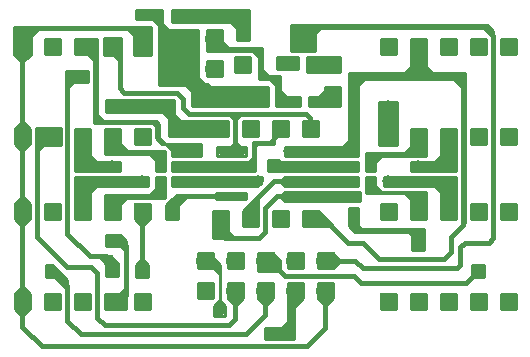
<source format=gbl>
*%FSLAX55Y55*%
*%MOMM*%
G01*
%ADD11C,0.02540*%
%ADD12C,0.15240*%
%ADD13C,0.17780*%
%ADD14C,0.18627*%
%ADD15C,0.25400*%
%ADD16C,0.38100*%
%ADD17C,1.01600*%
%ADD18C,1.21920*%
%ADD19C,1.39700*%
%ADD20C,1.52400*%
%ADD21C,1.60020*%
%ADD22C,1.72720*%
%ADD23C,1.77800*%
%ADD24C,2.03200*%
%ADD25O,2.54000X0.60960*%
%ADD26O,2.54000X0.63500*%
%ADD27O,2.74320X0.81280*%
%ADD28O,2.74320X0.83820*%
%ADD29R,0.25400X0.25400*%
%ADD30R,0.25400X0.25400*%
%ADD31R,0.27652X0.27652*%
%ADD32R,0.38100X0.38100*%
%ADD33R,0.38100X0.38100*%
%ADD34R,0.50800X0.50800*%
%ADD35R,0.50800X0.50800*%
%ADD36R,0.63500X0.63500*%
%ADD37R,0.76200X0.76200*%
%ADD38R,0.76200X0.76200*%
%ADD39R,0.76200X0.76200*%
%ADD40R,0.88900X0.88900*%
%ADD41R,0.88900X0.88900*%
%ADD42R,0.93723X0.93723*%
%ADD43R,0.96520X0.96520*%
%ADD44R,0.98497X0.98497*%
%ADD45R,1.01600X1.01600*%
%ADD46R,1.01600X1.01600*%
%ADD47R,1.01600X1.01600*%
%ADD48R,1.14300X1.14300*%
%ADD49R,1.27000X1.27000*%
%ADD50R,1.27000X1.27000*%
%ADD51R,1.27000X1.52400*%
%ADD52R,1.27000X1.27000*%
%ADD53R,1.39700X1.39700*%
%ADD54R,1.39700X1.39700*%
%ADD55R,1.39700X1.39700*%
%ADD56R,1.39700X1.39700*%
%ADD57R,1.47320X1.72720*%
%ADD58R,1.52400X1.52400*%
%ADD59R,1.60020X1.60020*%
%ADD60R,1.65100X1.65100*%
%ADD61R,1.65100X1.65100*%
%ADD62R,2.03200X2.03200*%
%ADD63R,2.54000X2.54000*%
D15*
X24561800Y21539200D02*
X24511000Y21590000D01*
Y21564600D02*
X24536400Y21539200D01*
X24815800Y21132800D02*
X24866600Y21082000D01*
X24841200D02*
X24815800Y21107400D01*
Y21082000D02*
Y21539200D01*
X24511000D01*
Y21132800D02*
X24561800Y21082000D01*
X24536400D02*
X24511000Y21107400D01*
X24485600Y21577300D02*
X24434800Y21628100D01*
X24460200D02*
X24485600Y21602700D01*
X24765000Y20891500D02*
X25412700D01*
Y21056600D02*
X24892000D01*
X24765000Y21018500D02*
X24714200Y21069300D01*
X24739600D02*
X24752300Y21056600D01*
X24892000Y21082000D02*
X24917400Y21056600D01*
X24892000D02*
Y21082000D01*
X24511000D01*
Y21704300D01*
X25133300Y21183600D02*
X25260300D01*
Y21310600D01*
X25133300D01*
X24765000Y21069300D02*
X24485600D01*
X24511000Y21704300D02*
X24295100D01*
X24485600Y21628100D02*
Y21069300D01*
Y21628100D02*
X24295100D01*
X24599900Y21602700D02*
X25146000D01*
X25247600Y21704300D02*
X24599900D01*
Y21602700D01*
X25285700Y21361400D02*
X25336500Y21310600D01*
Y21336000D02*
X25311100Y21361400D01*
X25069800Y21386800D02*
X25019000Y21437600D01*
Y21412200D02*
X25044400Y21386800D01*
X25019000D02*
Y21539200D01*
X24892000D01*
Y21361400D01*
Y21386800D02*
X25361900D01*
X25336500Y21361400D02*
X24892000D01*
X25425400Y21120100D02*
X25476200Y21069300D01*
X25412700Y21145500D02*
X25361900Y21196300D01*
Y21170900D02*
X25387300Y21145500D01*
X25450800Y21120100D02*
X25476200Y21094700D01*
X25361900Y21120100D02*
Y21386800D01*
Y21145500D02*
X25514300D01*
Y20993100D01*
X25336500Y21120100D02*
Y21361400D01*
Y21120100D02*
X25476200D01*
X25488900Y21209000D02*
X25666700D01*
Y21310600D01*
X25488900D02*
Y21209000D01*
X25476200Y21120100D02*
Y20891500D01*
X25488900Y21310600D02*
X25666700D01*
X23558500Y19545300D02*
Y19456400D01*
X23571200Y19532600D02*
X23698200Y19405600D01*
X23710900Y19342100D02*
X23609300Y19443700D01*
X23533100D01*
X23710900Y19418300D02*
Y19367500D01*
Y19418300D02*
X23583900Y19545300D01*
X23533100D01*
Y19494500D01*
Y19443700D01*
Y19494500D02*
X23583900D01*
X24155400Y19304000D02*
X24206200Y19354800D01*
Y19329400D02*
X24180800Y19304000D01*
X24206200D02*
Y19177000D01*
X24155400D01*
Y19304000D02*
X24206200D01*
X24041100Y19558000D02*
X23977600Y19621500D01*
X24003000D02*
X24041100Y19583400D01*
Y19621500D02*
X24079200D01*
X24142700Y19558000D01*
Y19456400D01*
X24041100D01*
Y19621500D01*
X24206200Y19672300D02*
Y19748500D01*
X24155400Y19799300D01*
X24041100D01*
Y19748500D01*
X24193500Y19685000D02*
X24206200Y19672300D01*
X24193500Y19685000D02*
X24168100Y19710400D01*
X24041100D01*
Y19748500D01*
X24091900D01*
X25361900Y20256500D02*
Y20294600D01*
X25323800Y20218400D02*
X25234900D01*
Y20294600D02*
X25361900D01*
X27139900Y19545300D02*
Y19443700D01*
X27241500D01*
Y19494500D01*
Y19545300D02*
X27139900D01*
X27241500D02*
Y19494500D01*
X27190700D01*
X27051000Y21056600D02*
X26987500Y21120100D01*
X27012900D02*
X27051000Y21082000D01*
Y19875500D02*
X26962100Y19786600D01*
X27051000Y19875500D02*
Y21120100D01*
X27076400Y19900900D02*
X26962100Y19786600D01*
X27076400Y19900900D02*
Y21170900D01*
X26797000D02*
X26746200Y21221700D01*
Y21196300D02*
X26771600Y21170900D01*
X26619200Y21221700D02*
X26568400Y21170900D01*
X26593800D02*
X26619200Y21196300D01*
X26225500Y21120100D02*
X26174700Y21069300D01*
Y21094700D02*
X26200100Y21120100D01*
X27076400D02*
Y21170900D01*
X26746200D01*
X27076400Y21120100D02*
X26174700D01*
X26098500Y20599400D02*
X26047700Y20548600D01*
X26073100D02*
X26098500Y20574000D01*
X26746200Y21170900D02*
Y21463000D01*
X26619200D02*
Y21170900D01*
X26098500D01*
Y20472400D01*
X26174700D02*
Y21120100D01*
X26352500Y20929600D02*
X26504900D01*
Y20561300D01*
X26352500D01*
Y20929600D01*
X26365200Y20574000D02*
X26352500Y20561300D01*
X26365200Y20472400D02*
X26314400Y20421600D01*
Y20447000D02*
X26339800Y20472400D01*
X26568400Y20497800D02*
X26619200Y20548600D01*
Y20523200D02*
X26593800Y20497800D01*
X26619200D02*
Y20701000D01*
Y20497800D02*
X26238200D01*
Y20345400D01*
X26314400D02*
Y20472400D01*
X26746200D01*
Y20574000D01*
X26314400Y20345400D02*
X26238200D01*
X26619200D02*
X26644600D01*
X26619200D02*
Y20421600D01*
X26644600D01*
X26822400D02*
X26873200Y20472400D01*
Y20447000D02*
X26847800Y20421600D01*
X26873200D02*
Y20701000D01*
Y20421600D02*
X26644600D01*
Y20345400D01*
X27000200D01*
Y20574000D01*
X26822400Y20218400D02*
X26873200Y20167600D01*
Y20193000D02*
X26847800Y20218400D01*
X27000200Y20294600D02*
Y20066000D01*
Y20294600D02*
X26390600D01*
X26873200Y20218400D02*
Y20066000D01*
Y20218400D02*
X26390600D01*
Y20243800D01*
Y20256500D02*
Y20294600D01*
X26314400Y20218400D02*
X26365200Y20167600D01*
X26339800D02*
X26314400Y20193000D01*
X26568400Y20154900D02*
X26619200Y20104100D01*
Y20129500D02*
X26593800Y20154900D01*
X26746200Y20167600D02*
Y20066000D01*
Y20167600D02*
X26314400D01*
Y20294600D01*
X26238200D01*
Y20154900D02*
X26301700D01*
X26619200D02*
Y20066000D01*
X26238200Y20154900D02*
Y20294600D01*
X26136600Y19875500D02*
Y19850100D01*
X26149300Y19824700D02*
Y19951700D01*
X26174700Y19875500D02*
X26098500D01*
X26162000Y19850100D02*
X26200100D01*
X26162000Y19824700D02*
Y19951700D01*
X26606500Y19824700D02*
X26733500D01*
X26174700Y19875500D02*
Y19951700D01*
Y19875500D02*
X26200100Y19850100D01*
X26733500D01*
Y19672300D01*
X26631900D01*
Y19799300D01*
X26606500Y19824700D01*
X26149300D01*
X26098500Y19875500D01*
Y20027900D01*
X25920700Y19900900D02*
X25831800D01*
Y19913600D02*
X25886414D01*
X25859175Y19964400D02*
X25831800D01*
Y20002500D02*
X25958800Y19875500D01*
X25831800Y20002500D02*
X25755600D01*
X25831800Y19875500D02*
X25946071D01*
X25514300Y19583400D02*
Y19558000D01*
Y19583400D02*
X25450800Y19646900D01*
X25958800Y19519900D02*
X26022300Y19583400D01*
X25958800Y19646900D01*
Y19621500D02*
X25996900Y19583400D01*
X25958800Y19545300D01*
Y19265900D02*
X25895300Y19202400D01*
Y19227800D02*
X25933400Y19265900D01*
X25895300Y19202400D02*
X25831800Y19265900D01*
X25857200D02*
X25895300Y19227800D01*
X25704800Y19265900D02*
X25628600Y19189700D01*
X25387300Y19202400D02*
X25323800Y19265900D01*
X25387300Y19202400D02*
X25450800Y19265900D01*
X25425400D02*
X25387300Y19227800D01*
X25349200Y19265900D01*
X25019000Y19215100D02*
X25006300Y19227800D01*
X25019000Y19215100D02*
Y19202400D01*
X25044400D02*
X25006300Y19240500D01*
Y19253200D01*
X24396700Y19545300D02*
X24345900Y19596100D01*
X24295100Y19545300D01*
X24345900Y19570700D02*
X24371300Y19545300D01*
X24345900Y19570700D02*
X24320500Y19545300D01*
X24396700D02*
Y19443700D01*
X24295100D01*
Y19545300D01*
X24345900D02*
X24396700D01*
X24345900D02*
X24295100D01*
X24345900Y19875500D02*
X24409400Y19939000D01*
X24396700D02*
X24345900Y19888200D01*
Y19913600D02*
X24371300Y19939000D01*
X24345900Y19875500D02*
X24282400Y19939000D01*
X24295100D02*
X24345900Y19888200D01*
Y19913600D02*
X24320500Y19939000D01*
X24155400Y20345400D02*
X24130000D01*
X24155400D02*
Y20421600D01*
X24130000D01*
X24384000Y20218400D02*
X24396700D01*
Y20294600D01*
X24384000D01*
X24549100Y19964400D02*
Y19939000D01*
X24650700D01*
Y19964400D01*
X24638000Y20073877D02*
Y20129500D01*
X24663400Y20078700D02*
X24714200Y20129500D01*
X24663400Y20078700D02*
X24650700D01*
Y20053300D02*
X24726900Y20129500D01*
X24688800D02*
X24650700Y20091400D01*
X24624921Y20116421D02*
Y20053679D01*
X24599900Y20104100D02*
X24549100Y20053300D01*
X24561800D02*
X24612600Y20104100D01*
X24561800Y20053300D02*
X24549100D01*
X24561800D02*
X24599900Y20091400D01*
X24650700Y20129500D02*
Y19964400D01*
X24549100D01*
Y20053300D01*
X24587200D01*
X24599900D02*
X24650700D01*
X24955500Y20129500D02*
X24980900Y20154900D01*
X25222200D01*
X24980900Y20104100D02*
X24955500Y20129500D01*
X24980900Y20104100D02*
X25222200D01*
Y20129500D01*
Y20154900D01*
X25311100Y20077722D02*
Y20002500D01*
X25285700D02*
Y20070263D01*
X25323800Y20114638D02*
Y20002500D01*
X25234900D02*
Y20038259D01*
X25260300Y20066000D02*
X25196800Y20002500D01*
X25412700Y20345400D02*
Y20434300D01*
Y20345400D02*
X25552400D01*
X25501600Y20434300D02*
X25412700D01*
X25501600D02*
X25514300Y20421600D01*
X25552400D01*
X25514300Y20129500D02*
X25552400Y20091400D01*
X25514300Y20129500D02*
X25552400Y20167600D01*
Y20218400D02*
X25514300Y20256500D01*
X25552400Y20294600D01*
Y20091400D02*
X25565100D01*
X25552400D02*
Y20167600D01*
X25565100D01*
X25092584Y19801916D02*
X25059716D01*
X25120600Y19773900D02*
X24942800D01*
Y19875500D01*
X25069800Y19824700D02*
X25120600Y19773900D01*
X25069800Y19824700D02*
Y19875500D01*
X25485755Y19586545D02*
Y19569096D01*
X25474659Y19558000D02*
X25514300D01*
X25474659D02*
X25469080Y19563580D01*
Y19603220D01*
X25514300Y19494500D02*
X25323800D01*
Y19519900D01*
X25450800Y19621500D02*
X25514300Y19558000D01*
Y19494500D01*
Y19519900D02*
X25450800D01*
X25006300Y19545300D02*
X24942800Y19608800D01*
X24955500Y19519900D02*
X25006300Y19469100D01*
Y19494500D02*
X24980900Y19519900D01*
X24993600Y19545300D02*
X24942800Y19596100D01*
Y19570700D02*
X24968200Y19545300D01*
X24942800D02*
X25006300D01*
Y19519900D01*
X24942800D01*
X25006300D02*
Y19253200D01*
X25133300Y19202400D02*
X25196800Y19265900D01*
X25133300Y19202400D02*
X25069800Y19265900D01*
X25133300Y19227800D02*
X25171400Y19265900D01*
X25184100D01*
X25133300Y19227800D02*
X25095200Y19265900D01*
X25044400Y19202400D02*
X25006300Y19240500D01*
Y19253200D02*
X24955500Y19202400D01*
X24980900D02*
X25006300Y19227800D01*
Y19202400D02*
X25044400D01*
Y19113500D01*
X24955500D01*
Y19202400D01*
X25006300D01*
X25628600Y19215100D02*
X25679400Y19265900D01*
X25654000D02*
X25628600Y19240500D01*
Y19265900D02*
Y18923000D01*
X25387300D01*
X25527000Y19011900D02*
X25577800Y19062700D01*
Y19037300D02*
X25552400Y19011900D01*
X25577800D02*
Y19265900D01*
Y19011900D02*
X25387300D01*
Y18961100D02*
Y18923000D01*
Y18961100D02*
Y19011900D01*
X25806400Y21513800D02*
X25857200Y21564600D01*
X25831800D02*
X25806400Y21539200D01*
X27317700Y21526500D02*
Y21488400D01*
Y21526500D02*
X27266900Y21577300D01*
X25603200D01*
X25806400D02*
Y21361400D01*
X25603200D01*
X25742900Y21183600D02*
X26022300D01*
X25742900D02*
Y21310600D01*
X26022300D01*
X25603200Y21361400D02*
Y21577300D01*
X25895300Y21018500D02*
X25844500Y20967700D01*
X25869900D02*
X25895300Y20993100D01*
X26022300Y21056600D02*
Y20891500D01*
X25895300Y20967700D02*
Y21056600D01*
X26022300Y20891500D02*
X25755600D01*
Y20967700D01*
X25895300D01*
X25565100D02*
X25514300Y21018500D01*
Y20993100D02*
X25539700Y20967700D01*
X25527000D02*
X25679400D01*
Y20891500D01*
X25476200D01*
X24295100Y21628100D02*
Y21704300D01*
X24765000Y21056600D02*
Y20891500D01*
X24892000Y21272500D02*
X25019000D01*
Y21145500D01*
X24892000D01*
Y21272500D01*
X24155400D02*
X24091900Y21336000D01*
X24117300D02*
X24155400Y21297900D01*
X23774400Y21107400D02*
X23710900Y21043900D01*
Y21069300D02*
X23749000Y21107400D01*
X23876000Y21158200D02*
Y21183600D01*
X24523700Y20840700D02*
X24574500Y20789900D01*
Y20815300D02*
X24549100Y20840700D01*
X24612600Y20815300D02*
X24663400Y20764500D01*
X24638000D02*
X24612600Y20789900D01*
Y20942300D02*
X24041100D01*
X24612600D02*
Y20764500D01*
X25069800D01*
Y20637500D01*
X24574500D01*
Y20840700D01*
X24511000Y20599400D02*
X24536400Y20574000D01*
X24574500Y20840700D02*
X24041100D01*
X24549100Y20574000D02*
X24599900Y20523200D01*
Y20548600D02*
X24574500Y20574000D01*
X24485600Y20713700D02*
X24434800Y20764500D01*
X24485600Y20739100D02*
Y20599400D01*
X24511000D02*
X24460200Y20650200D01*
X24511000Y20574000D02*
X24841200D01*
X24511000D02*
X24460200Y20624800D01*
Y20726400D01*
X24599900Y20574000D02*
Y20472400D01*
X24841200D02*
Y20574000D01*
X25412700Y20891500D02*
Y21056600D01*
X24041100Y20942300D02*
Y20840700D01*
X25095200Y21602700D02*
X25146000Y21551900D01*
Y21577300D02*
X25120600Y21602700D01*
X25247600Y21704300D02*
Y21450300D01*
X25146000D02*
Y21602700D01*
Y21450300D02*
X25247600D01*
X25285700Y20459700D02*
X25247600Y20421600D01*
X25260300D02*
X25285700Y20447000D01*
Y20535900D02*
X25323800Y20574000D01*
X25463500Y20612100D02*
X25488900Y20637500D01*
X25450800Y20612100D02*
X25425400Y20586700D01*
X25463500Y20574000D02*
Y20637500D01*
Y20574000D02*
X25298400D01*
Y20345400D01*
X24599900D01*
X25450800Y20586700D02*
Y20637500D01*
Y20586700D02*
X25285700D01*
Y20421600D01*
X25222200D01*
X24980900Y20472400D02*
Y20548600D01*
Y20472400D02*
X25222200D01*
Y20548600D01*
X24980900D01*
X24015700Y20764500D02*
X23964900Y20815300D01*
Y20789900D02*
X23990300Y20764500D01*
X23939500Y21285200D02*
X23888700Y21336000D01*
X23914100D02*
X23939500Y21310600D01*
Y21336000D02*
X23774400D01*
Y21463000D02*
X23964900D01*
Y20764500D01*
X24460200D01*
X24434800Y20751800D02*
X23939500D01*
Y21336000D01*
X24434800Y20751800D02*
X24460200Y20726400D01*
X24485600Y20739100D02*
X24460200Y20764500D01*
X24599900Y20472400D02*
X24841200D01*
X25133300Y20586700D02*
X25171400Y20548600D01*
X25133300Y20586700D02*
X25095200Y20548600D01*
X25133300D02*
X24980900D01*
X23952200Y20421600D02*
X23901400Y20472400D01*
Y20447000D02*
X23926800Y20421600D01*
X23901400D02*
Y20701000D01*
Y20421600D02*
X24130000D01*
Y20345400D01*
X23774400D01*
Y20701000D01*
X23952200Y20218400D02*
X23901400Y20167600D01*
Y20193000D02*
X23926800Y20218400D01*
X23901400D02*
X24384000D01*
X23901400D02*
Y19939000D01*
X24384000Y20218400D02*
Y20294600D01*
X23774400D01*
Y20066000D01*
X24409400Y20485100D02*
X24460200Y20434300D01*
Y20459700D02*
X24434800Y20485100D01*
X24155400Y20510500D02*
Y20701000D01*
X24028400D02*
Y20485100D01*
X24460200D01*
Y20345400D01*
X24536400D02*
Y20510500D01*
X24028400D01*
X24206200Y20116800D02*
X24155400Y20066000D01*
Y20091400D02*
X24180800Y20116800D01*
X24409400Y20142200D02*
X24460200Y20193000D01*
Y20167600D02*
X24434800Y20142200D01*
X24536400Y20116800D02*
Y20294600D01*
X24460200D02*
Y20142200D01*
X24536400Y20116800D02*
X24155400D01*
Y20066000D01*
X24028400Y20142200D02*
X24460200D01*
X24028400D02*
Y20066000D01*
X24599900Y20218400D02*
X24612600D01*
X24599900D02*
Y20294600D01*
X24612600D01*
X24218900Y20510500D02*
X24155400Y20574000D01*
Y20548600D02*
X24193500Y20510500D01*
X24130000Y20345400D02*
X24053800D01*
X24130000D02*
Y20421600D01*
X23520400Y20574000D02*
X23456900Y20510500D01*
Y20535900D02*
X23495000Y20574000D01*
X24282400Y21488400D02*
X24218900Y21551900D01*
X24244300D02*
X24282400Y21513800D01*
X23469600Y21551900D02*
X23393400Y21475700D01*
Y21501100D02*
X23444200Y21551900D01*
X23368000Y21336000D02*
X23329900Y21297900D01*
X23291800Y21336000D01*
X23329900Y20764500D02*
X23393400Y20701000D01*
X23329900Y20764500D02*
X23266400Y20701000D01*
X23329900Y20739100D02*
X23368000Y20701000D01*
X23329900Y20739100D02*
X23291800Y20701000D01*
X23393400Y20574000D02*
X23329900Y20510500D01*
X23266400Y20574000D01*
X23329900Y20535900D02*
X23368000Y20574000D01*
X23329900Y20535900D02*
X23291800Y20574000D01*
X23393400Y19939000D02*
X23329900Y19875500D01*
X23266400Y19939000D01*
X23329900Y19900900D02*
X23368000Y19939000D01*
X23329900Y19900900D02*
X23291800Y19939000D01*
X23393400Y20066000D02*
X23329900Y20129500D01*
X23266400Y20066000D01*
X23329900Y20104100D02*
X23368000Y20066000D01*
X23329900Y20104100D02*
X23291800Y20066000D01*
X23393400Y19177000D02*
X23329900Y19113500D01*
X23266400Y19177000D01*
X23329900Y19138900D02*
X23368000Y19177000D01*
X23329900Y19138900D02*
X23291800Y19177000D01*
X23393400Y19304000D02*
X23329900Y19367500D01*
X23266400Y19304000D01*
X23329900Y19342100D02*
X23368000Y19304000D01*
X23329900Y19342100D02*
X23291800Y19304000D01*
X26301700Y20154900D02*
X26644600D01*
X23393400Y19304000D02*
Y19177000D01*
X23266400D01*
Y19304000D01*
X23393400D01*
X23647400D02*
Y19177000D01*
X23520400D01*
Y19304000D01*
X23647400D01*
X23901400D02*
Y19177000D01*
X23774400D01*
Y19304000D01*
X23901400D01*
X24155400D02*
Y19177000D01*
X24028400D01*
Y19304000D01*
X24155400D01*
X24409400D02*
Y19177000D01*
X24282400D01*
Y19304000D01*
X24409400D01*
Y19939000D02*
Y20066000D01*
Y19939000D02*
X24282400D01*
Y20066000D01*
X24409400D01*
X24155400D02*
Y19939000D01*
X24028400D01*
Y20066000D01*
X23901400Y19939000D02*
X23774400D01*
Y20066000D01*
X23647400D02*
Y19939000D01*
X23520400D01*
Y20066000D01*
X23647400D01*
X23393400D02*
Y19939000D01*
X23266400D01*
Y20066000D01*
X23393400D01*
Y20574000D02*
Y20701000D01*
Y20574000D02*
X23266400D01*
Y20701000D01*
X23393400D01*
X23774400D02*
X23901400D01*
X24028400D02*
X24155400D01*
X25069800Y20002500D02*
Y19875500D01*
X24942800D01*
Y20002500D01*
X25069800D01*
X25323800D02*
Y19875500D01*
X25196800D01*
Y20002500D01*
X25323800D01*
X25577800D02*
Y19875500D01*
X25450800D01*
Y20002500D01*
X25577800D01*
X25831800D02*
Y19875500D01*
X25704800D01*
Y20002500D01*
X25831800D01*
X25323800Y20637500D02*
Y20764500D01*
Y20637500D02*
X25196800D01*
Y20764500D01*
X25323800D01*
X25577800D02*
Y20637500D01*
X25450800D01*
Y20764500D01*
X25577800D01*
X25831800D02*
Y20637500D01*
X25704800D01*
Y20764500D01*
X25831800D01*
X23774400Y21336000D02*
Y21463000D01*
X23647400D02*
Y21336000D01*
X23520400D01*
Y21463000D01*
X23647400D01*
X23393400Y21336000D02*
X23266400D01*
X24409400Y20701000D02*
Y20574000D01*
X24282400D01*
Y20701000D01*
X24409400D01*
X26492200Y19304000D02*
Y19177000D01*
X26365200D01*
Y19304000D01*
X26492200D01*
X26746200D02*
Y19177000D01*
X26619200D01*
Y19304000D01*
X26746200D01*
X27000200D02*
Y19177000D01*
X26873200D01*
Y19304000D01*
X27000200D01*
X27254200D02*
Y19177000D01*
X27127200D01*
Y19304000D01*
X27254200D01*
X27508200D02*
Y19177000D01*
X27381200D01*
Y19304000D01*
X27508200D01*
Y19939000D02*
Y20066000D01*
Y19939000D02*
X27381200D01*
Y20066000D01*
X27508200D01*
Y20574000D02*
Y20701000D01*
Y20574000D02*
X27381200D01*
Y20701000D01*
X27508200D01*
X27254200D02*
Y20574000D01*
X27127200D01*
Y20701000D01*
X27254200D01*
Y20066000D02*
Y19939000D01*
X27127200D01*
Y20066000D01*
X27254200D01*
X27000200D02*
Y19939000D01*
X26873200D01*
Y20066000D01*
X27000200Y20574000D02*
Y20701000D01*
X26873200D01*
X26746200D02*
Y20574000D01*
Y20701000D02*
X26619200D01*
X26492200D02*
Y20574000D01*
X26365200D01*
Y20701000D01*
X26492200D01*
X26746200Y20066000D02*
Y19939000D01*
X26619200D01*
Y20066000D01*
X26746200D01*
X26492200D02*
Y19939000D01*
X26365200D01*
Y20066000D01*
X26492200D01*
X27508200Y21336000D02*
Y21463000D01*
Y21336000D02*
X27381200D01*
Y21463000D01*
X27508200D01*
X27000200D02*
Y21336000D01*
X26873200D01*
Y21463000D01*
X27000200D01*
X26619200D02*
Y21336000D01*
Y21463000D02*
X26746200D01*
X26492200D02*
Y21336000D01*
X26365200D01*
Y21463000D01*
X26492200D01*
X27254200D02*
Y21336000D01*
X27127200D01*
Y21463000D01*
X27254200D01*
X26022300Y21310600D02*
Y21183600D01*
Y21056600D02*
X25895300D01*
X25133300Y21183600D02*
Y21310600D01*
X25958800Y19392900D02*
Y19265900D01*
X25831800D01*
Y19392900D01*
X25958800D01*
Y19519900D02*
Y19646900D01*
Y19519900D02*
X25831800D01*
Y19646900D01*
X25958800D01*
X25704800D02*
Y19519900D01*
X25577800D01*
Y19646900D01*
X25704800D01*
X25450800D02*
Y19519900D01*
X25323800D01*
Y19646900D01*
X25450800D01*
X25704800Y19392900D02*
Y19265900D01*
X25577800D01*
Y19392900D01*
X25704800D01*
X25450800D02*
Y19265900D01*
X25323800D01*
Y19392900D01*
X25450800D01*
X25196800Y19519900D02*
Y19646900D01*
Y19519900D02*
X25069800D01*
Y19646900D01*
X25196800D01*
Y19392900D02*
Y19265900D01*
X25069800D01*
Y19392900D01*
X25196800D01*
X24942800D02*
Y19265900D01*
X24815800D01*
Y19392900D01*
X24942800D01*
Y19519900D02*
Y19646900D01*
Y19519900D02*
X24815800D01*
Y19646900D01*
X24942800D01*
X24536400Y20345400D02*
X24460200D01*
Y20294600D02*
X24536400D01*
X26174700D02*
Y20218400D01*
Y20027900D02*
X26098500D01*
Y19951700D01*
X26174700D01*
Y20027900D01*
X25552400Y20218400D02*
Y20294600D01*
X26174700D01*
Y20218400D02*
X25552400D01*
X26187400Y20167600D02*
Y20091400D01*
X25565100D02*
Y20167600D01*
X26187400D01*
Y20091400D02*
X25565100D01*
X26174700Y20345400D02*
Y20421600D01*
X25552400D02*
Y20345400D01*
Y20421600D02*
X26174700D01*
Y20345400D02*
X25552400D01*
X25234900Y20294600D02*
Y20218400D01*
X24612600D02*
Y20294600D01*
X25234900D01*
Y20218400D02*
X24612600D01*
X24599900Y20345400D02*
Y20421600D01*
X25222200D01*
X26174700Y20472400D02*
Y20548600D01*
X25552400D02*
Y20472400D01*
Y20548600D02*
X26174700D01*
Y20472400D02*
X25552400D01*
X25133300Y20789900D02*
X25095200Y20828000D01*
X25133300Y20789900D02*
X25171400Y20828000D01*
X25133300Y20777200D02*
X25082500Y20828000D01*
X25133300Y20777200D02*
X25184100Y20828000D01*
X24171794Y19782906D02*
Y19752194D01*
D16*
X24155400Y21336000D02*
X24028400D01*
Y21463000D01*
X24155400D01*
Y21043900D01*
X24193500Y21005800D01*
X24638000D01*
X24688800Y20955000D01*
Y20878800D01*
X23710900Y21183600D02*
Y19812000D01*
Y21107400D02*
X23876000D01*
Y21183600D02*
X23710900D01*
X23876000D02*
Y21107400D01*
X24688800Y20878800D02*
X24739600Y20828000D01*
X24968200D01*
X23456900Y20701000D02*
Y19786600D01*
Y20574000D02*
X23647400D01*
Y20701000D02*
X23456900D01*
X24282400Y21463000D02*
Y21551900D01*
X24295100D02*
X24409400D01*
Y21463000D01*
X23393400Y21551900D02*
X23266400D01*
Y21463000D01*
X23393400D02*
Y21551900D01*
X23329900Y21488400D02*
Y19024600D01*
Y21272500D02*
X23393400Y21336000D01*
X23329900Y21272500D02*
X23266400Y21336000D01*
X23914100Y19532600D02*
X23964900Y19481800D01*
X25082500Y19037300D02*
X25133300Y19088100D01*
X23710900Y19532600D02*
X23456900Y19786600D01*
X23710900Y19532600D02*
X23914100D01*
X25958800Y20967700D02*
Y20993100D01*
X27190700Y19494500D02*
X27089100Y19392900D01*
X26200100D01*
X26136600Y19456400D01*
X25552400D02*
X25514300Y19494500D01*
X25552400Y19456400D02*
X26136600D01*
X27317700Y21488400D02*
X27241500Y21564600D01*
X27317700Y19773900D02*
X27279600Y19735800D01*
X27076400D01*
X27038300Y19697700D01*
Y19545300D01*
X27012900Y19519900D01*
X26212800D02*
X26149300Y19583400D01*
X26212800Y19519900D02*
X27012900D01*
X27241500Y21564600D02*
X25730200D01*
X25895300Y19583400D02*
X26149300D01*
X25768300Y20789900D02*
X25730200Y20828000D01*
X25768300Y20789900D02*
Y20701000D01*
X24206200Y19710400D02*
X24168100Y19748500D01*
X24206200Y19710400D02*
Y19291300D01*
X24168100Y19748500D02*
X24091900D01*
X24206200Y19291300D02*
X24155400Y19240500D01*
X24091900D01*
X24041100Y19621500D02*
X23901400D01*
X24041100D02*
X24091900Y19570700D01*
Y19494500D01*
X23901400Y19621500D02*
X23710900Y19812000D01*
X25666700Y20383500D02*
X26136600D01*
X25666700D02*
X25450800D01*
X25387300Y19824700D02*
X25336500Y19773900D01*
X25044400D01*
X24345900Y21501100D02*
X24295100Y21551900D01*
X24345900Y21501100D02*
Y21399500D01*
Y20002500D02*
Y19494500D01*
X26962100Y19786600D02*
X27063700Y19888200D01*
X26962100Y19786600D02*
Y19659600D01*
X26898600Y19596100D01*
X25882600Y19939000D02*
X25768300D01*
X25107900Y20129500D02*
X24638000D01*
X24599900Y20091400D01*
Y20002500D01*
X24295100Y21551900D02*
X23393400D01*
X25387300Y19329400D02*
Y19126200D01*
X25730200Y20828000D02*
X24968200D01*
X25133300D02*
Y20510500D01*
X25895300Y19011900D02*
X25742900Y18859500D01*
X23495000D01*
X23329900Y19024600D01*
X25133300Y19088100D02*
Y19329400D01*
X23825200Y18961100D02*
X23710900Y19075400D01*
Y19367500D01*
X23583900Y19494500D01*
X25222200Y18961100D02*
X25387300Y19126200D01*
X25222200Y18961100D02*
X23825200D01*
X25463500Y20256500D02*
X25666700D01*
X25463500D02*
X25260300Y20053300D01*
Y19939000D01*
X25488900Y20129500D02*
X25666700D01*
X25488900D02*
X25387300Y20027900D01*
X25895300Y19329400D02*
Y19011900D01*
X26352500Y19596100D02*
X26212800Y19735800D01*
X26085800D01*
X25882600Y19939000D01*
X26352500Y19596100D02*
X26898600D01*
X23647400Y20574000D02*
Y20701000D01*
X24409400Y21336000D02*
Y21463000D01*
Y21336000D02*
X24282400D01*
Y21463000D01*
X23393400D02*
Y21336000D01*
X23266400D02*
Y21463000D01*
X25387300Y20027900D02*
Y19824700D01*
X23964900Y19481800D02*
Y19100800D01*
X24028400Y19037300D01*
X25082500D01*
X27317700Y19773900D02*
Y21488400D01*
D17*
X25539700Y21259800D02*
D03*
X25323800Y20256500D02*
D03*
X24790400Y20510500D02*
D03*
X24091900Y20383500D02*
D03*
X24345900Y20256500D02*
D03*
X23583900Y19494500D02*
D03*
X26682700Y20383500D02*
D03*
X26428700Y20256500D02*
D03*
X24993600Y19164300D02*
D03*
X27190700Y19494500D02*
D03*
X26682700Y19710400D02*
D03*
X24091900Y20891500D02*
D03*
Y19748500D02*
D03*
X25425400Y18973800D02*
D03*
X24345900Y21666200D02*
D03*
X23837900Y21145500D02*
D03*
X24091900Y19494500D02*
D03*
X25450800Y20383500D02*
D03*
X26428700Y20891500D02*
D03*
X24650700Y21653500D02*
D03*
X25196800Y21501100D02*
D03*
X24345900Y19494500D02*
D03*
X24599900Y20002500D02*
D03*
D19*
X25958800Y20993100D02*
D03*
X25196800D02*
D03*
X27444700Y20637500D02*
D03*
Y21399500D02*
D03*
X26936700D02*
D03*
Y20637500D02*
D03*
X27190700Y21399500D02*
D03*
X26682700Y20637500D02*
D03*
X27190700D02*
D03*
X26428700Y21399500D02*
D03*
X25958800Y21247100D02*
D03*
X26682700Y21399500D02*
D03*
X25006300Y19939000D02*
D03*
X25260300Y20701000D02*
D03*
Y19939000D02*
D03*
X25514300D02*
D03*
X25768300Y20701000D02*
D03*
X25006300D02*
D03*
X25514300D02*
D03*
X26682700Y19240500D02*
D03*
X26936700D02*
D03*
X27190700D02*
D03*
X27444700D02*
D03*
Y20002500D02*
D03*
X27190700D02*
D03*
X26936700D02*
D03*
X26682700D02*
D03*
X26428700D02*
D03*
X24091900D02*
D03*
X23837900D02*
D03*
X23583900D02*
D03*
X23329900D02*
D03*
Y19240500D02*
D03*
X23583900D02*
D03*
X23837900D02*
D03*
X24091900D02*
D03*
X24345900D02*
D03*
Y20637500D02*
D03*
X24091900Y21399500D02*
D03*
Y20637500D02*
D03*
X23583900D02*
D03*
Y21399500D02*
D03*
X23837900Y20637500D02*
D03*
Y21399500D02*
D03*
X23329900Y20637500D02*
D03*
Y21399500D02*
D03*
D20*
X24955500Y21463000D02*
D03*
Y20955000D02*
D03*
Y21209000D02*
D03*
X25133300Y19329400D02*
D03*
X25387300D02*
D03*
X24879300Y19583400D02*
D03*
X25133300D02*
D03*
X25387300D02*
D03*
X25641300D02*
D03*
X25895300D02*
D03*
X25641300Y19329400D02*
D03*
X25895300D02*
D03*
D25*
X25107900Y20510500D02*
D03*
D26*
X25666700D02*
D03*
Y20383500D02*
D03*
Y20256500D02*
D03*
Y20129500D02*
D03*
X25107900D02*
D03*
Y20256500D02*
D03*
Y20383500D02*
D03*
D29*
X25349200Y21132800D02*
X25501600D01*
X24523700Y20129500D02*
X24041100D01*
Y20497800D02*
X24523700D01*
D30*
X24498300Y21082000D02*
Y21691600D01*
X25349200Y21374100D02*
Y21132800D01*
X23952200Y21323300D02*
Y20764500D01*
D31*
X24093026Y19559126D02*
X24113923D01*
D32*
X25495250Y20910550D02*
Y21126450D01*
X25342850Y21367750D02*
X24911050D01*
D33*
X24593550Y20923250D02*
Y20656550D01*
D34*
X24066500Y19570700D02*
D03*
X26771600Y21145500D02*
X27051000D01*
X26593800D02*
X26174700D01*
X25488900Y19532600D02*
X25463500D01*
D35*
X25603200Y19240500D02*
Y19024600D01*
D36*
X26130250Y19907250D02*
X26142950D01*
X25990550Y20923250D02*
X25787350D01*
D37*
X26276300Y20256500D02*
D03*
Y20383500D02*
D03*
X26136600D02*
D03*
X24498300Y20256500D02*
D03*
X26136600Y19989800D02*
D03*
Y20129500D02*
D03*
X25781000Y20929600D02*
D03*
X25641300D02*
D03*
Y21386800D02*
D03*
Y21247100D02*
D03*
X24498300Y20383500D02*
D03*
X24638000D02*
D03*
Y20256500D02*
D03*
X26136600D02*
D03*
X25514300Y20929600D02*
D03*
X25374600D02*
D03*
X25768300Y21386800D02*
D03*
Y21247100D02*
D03*
D38*
X24472900Y21666200D02*
X24333200D01*
X25209500Y20383500D02*
X25260300D01*
X25273000Y20256500D02*
X25285700D01*
X26136600Y20535900D02*
Y21132800D01*
X26276300Y20459700D02*
Y20383500D01*
X26682700D02*
X26962100D01*
X26276300Y20256500D02*
Y20193000D01*
X25527000Y20383500D02*
X25463500D01*
X24993600Y19164300D02*
Y19151600D01*
X25514300Y20929600D02*
X25641300D01*
X24091900Y20383500D02*
X23939500D01*
X23812500Y20256500D02*
X24345900D01*
X24498300D02*
Y20154900D01*
X25590500Y20256500D02*
X26136600D01*
X26149300Y20129500D02*
X25603200D01*
X25590500Y20383500D02*
X26136600D01*
X25196800Y20256500D02*
X24650700D01*
X24638000Y20383500D02*
X25184100D01*
X25590500Y20510500D02*
X26136600D01*
D39*
X24498300Y20472400D02*
Y20383500D01*
D40*
X26435050Y20250150D02*
X26955750D01*
X23831550Y21139150D02*
X23755350D01*
D41*
X24085550Y19754850D02*
X24123650D01*
X25431750Y18967450D02*
X25584150D01*
D42*
X24603839Y20011261D02*
Y20014316D01*
D44*
X27192252Y19496052D02*
D03*
D46*
X25196800Y21653500D02*
X24650700D01*
X25539700Y21259800D02*
X25615900D01*
X24091900Y19507200D02*
D03*
X26682700Y19723100D02*
Y19773900D01*
X24345900Y19494500D02*
D03*
X24650700Y20523200D02*
X24790400D01*
X25196800Y21501100D02*
Y21551900D01*
D48*
X24961850Y21202650D02*
X24949150D01*
X24555450Y20885150D02*
X24098250D01*
D49*
X24828500Y20955000D02*
Y21018501D01*
X25196800Y21247100D02*
D03*
D50*
X24142700Y19240500D02*
X24091900D01*
X26682700Y21183600D02*
Y21399500D01*
Y20637500D02*
Y20535900D01*
X26936700Y20637500D02*
Y20408900D01*
Y20154900D02*
Y20002500D01*
X26682700D02*
Y20104100D01*
X25006300Y19939000D02*
Y19837400D01*
X25806400Y21247100D02*
X25958800D01*
Y20993100D02*
Y20955000D01*
X23901400Y21399500D02*
X23837900D01*
Y20637500D02*
Y20408900D01*
Y20154900D02*
Y20002500D01*
X24091900Y20574000D02*
Y20637500D01*
Y20078700D02*
Y20002500D01*
X23583900Y20637500D02*
X23520400D01*
X24345900Y21399500D02*
Y21488400D01*
X23329900D02*
Y21399500D01*
D51*
X24955500Y21463000D02*
D03*
D52*
X23329900Y19240500D02*
D03*
X23583900D02*
D03*
X23837900D02*
D03*
X24091900D02*
D03*
X24345900D02*
D03*
Y20002500D02*
D03*
X23583900D02*
D03*
X23329900D02*
D03*
Y20637500D02*
D03*
X25006300Y19939000D02*
D03*
X25260300D02*
D03*
X25514300D02*
D03*
X25768300D02*
D03*
X25260300Y20701000D02*
D03*
X25514300D02*
D03*
X25768300D02*
D03*
X24345900Y21399500D02*
D03*
X23583900D02*
D03*
X24345900Y20637500D02*
D03*
X26428700Y19240500D02*
D03*
X26682700D02*
D03*
X26936700D02*
D03*
X27190700D02*
D03*
X27444700D02*
D03*
Y20002500D02*
D03*
Y20637500D02*
D03*
X27190700D02*
D03*
Y20002500D02*
D03*
X26428700Y20637500D02*
D03*
X26682700Y20002500D02*
D03*
X26428700D02*
D03*
X27444700Y21399500D02*
D03*
X26936700D02*
D03*
X26428700D02*
D03*
X27190700D02*
D03*
X25196800Y21247100D02*
D03*
X25895300Y19329400D02*
D03*
Y19583400D02*
D03*
X25641300D02*
D03*
X25387300D02*
D03*
X25641300Y19329400D02*
D03*
X25387300D02*
D03*
X25133300Y19583400D02*
D03*
Y19329400D02*
D03*
X24879300D02*
D03*
Y19583400D02*
D03*
D54*
X25196800Y21247100D02*
D03*
X24879300Y19329400D02*
D03*
X26428700Y20637500D02*
D03*
X25768300Y19939000D02*
D03*
X26428700Y19240500D02*
D03*
X24345900Y20002500D02*
D03*
Y21399500D02*
D03*
D56*
X24669750Y20707350D02*
X24999950D01*
D58*
X26428700Y20637500D02*
Y20853400D01*
D60*
X25330150Y20974050D02*
X24974550D01*
D62*
X25704800Y21463000D02*
Y21475700D01*
D63*
X24612600Y21196300D02*
X24688800D01*
Y21412200D01*
X24612600D01*
Y21196300D01*
D02*
M02*

</source>
